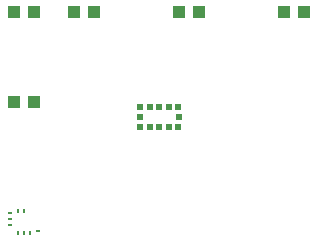
<source format=gbr>
G04 EAGLE Gerber RS-274X export*
G75*
%MOMM*%
%FSLAX34Y34*%
%LPD*%
%INSolderpaste Top*%
%IPPOS*%
%AMOC8*
5,1,8,0,0,1.08239X$1,22.5*%
G01*
%ADD10R,1.100000X1.000000*%
%ADD11R,0.450000X0.250000*%
%ADD12R,0.250000X0.450000*%
%ADD13R,0.500000X0.600000*%
%ADD14R,0.600000X0.500000*%


D10*
X461400Y558800D03*
X478400Y558800D03*
X410600Y558800D03*
X427600Y558800D03*
X410600Y482600D03*
X427600Y482600D03*
X639200Y558800D03*
X656200Y558800D03*
X550300Y558800D03*
X567300Y558800D03*
D11*
X407350Y388500D03*
X407350Y383500D03*
X407350Y378500D03*
D12*
X414100Y371750D03*
X419100Y371750D03*
X424100Y371750D03*
D11*
X430850Y373500D03*
D12*
X419100Y390250D03*
X414100Y390250D03*
D13*
X517400Y461400D03*
X525400Y461400D03*
X533400Y461400D03*
X541400Y461400D03*
X549400Y461400D03*
D14*
X549900Y469900D03*
D13*
X549400Y478400D03*
X541400Y478400D03*
X533400Y478400D03*
X525400Y478400D03*
X517400Y478400D03*
D14*
X516900Y469900D03*
M02*

</source>
